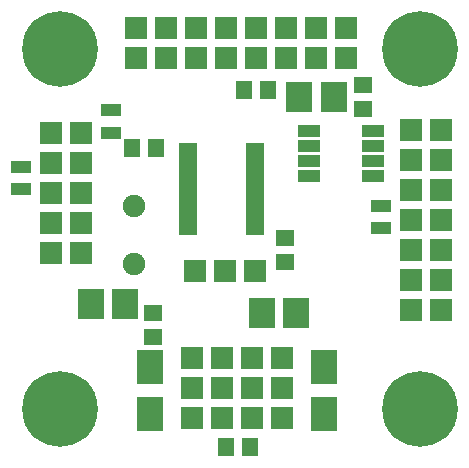
<source format=gbr>
G04 #@! TF.FileFunction,Soldermask,Bot*
%FSLAX46Y46*%
G04 Gerber Fmt 4.6, Leading zero omitted, Abs format (unit mm)*
G04 Created by KiCad (PCBNEW (2015-05-13 BZR 5653)-product) date 7. 1. 2016 10:50:59*
%MOMM*%
G01*
G04 APERTURE LIST*
%ADD10C,0.150000*%
%ADD11R,1.924000X1.924000*%
%ADD12R,2.200000X2.630000*%
%ADD13R,1.650000X1.400000*%
%ADD14R,1.400000X1.650000*%
%ADD15R,2.200860X2.899360*%
%ADD16C,6.400000*%
%ADD17R,1.700000X1.100000*%
%ADD18R,1.950000X1.000000*%
%ADD19R,1.500000X0.800000*%
%ADD20C,1.901140*%
G04 APERTURE END LIST*
D10*
D11*
X134033500Y-80202000D03*
X134033500Y-77662000D03*
D12*
X145082000Y-101792000D03*
X142162000Y-101792000D03*
D13*
X144130000Y-95458000D03*
X144130000Y-97458000D03*
X150734000Y-84504000D03*
X150734000Y-82504000D03*
D14*
X133192000Y-87822000D03*
X131192000Y-87822000D03*
D15*
X147432000Y-106397020D03*
X147432000Y-110394980D03*
X132700000Y-106397020D03*
X132700000Y-110394980D03*
D11*
X143876000Y-110682000D03*
X141336000Y-110682000D03*
X143876000Y-108142000D03*
X141336000Y-108142000D03*
X143876000Y-105602000D03*
X141336000Y-105602000D03*
X157338000Y-88838000D03*
X154798000Y-88838000D03*
X157338000Y-86298000D03*
X154798000Y-86298000D03*
X131493500Y-80202000D03*
X131493500Y-77662000D03*
X136573500Y-80202000D03*
X136573500Y-77662000D03*
X139113500Y-77662000D03*
X139113500Y-80202000D03*
X146748500Y-77660500D03*
X146748500Y-80200500D03*
X141653500Y-77662000D03*
X141653500Y-80202000D03*
X136510000Y-98236000D03*
X139050000Y-98236000D03*
X141590000Y-98236000D03*
X126858000Y-86552000D03*
X124318000Y-86552000D03*
X126858000Y-89092000D03*
X124318000Y-89092000D03*
X157338000Y-96458000D03*
X154798000Y-96458000D03*
X157338000Y-93918000D03*
X154798000Y-93918000D03*
X126858000Y-96712000D03*
X124318000Y-96712000D03*
X157338000Y-101538000D03*
X154798000Y-101538000D03*
X157338000Y-98998000D03*
X154798000Y-98998000D03*
X157338000Y-91378000D03*
X154798000Y-91378000D03*
X136256000Y-105602000D03*
X138796000Y-105602000D03*
X136256000Y-108142000D03*
X138796000Y-108142000D03*
X136256000Y-110682000D03*
X138796000Y-110682000D03*
X126858000Y-94172000D03*
X124318000Y-94172000D03*
X126858000Y-91632000D03*
X124318000Y-91632000D03*
D14*
X139144500Y-113157000D03*
X141144500Y-113157000D03*
D13*
X132954000Y-101808000D03*
X132954000Y-103808000D03*
D16*
X155560000Y-79440000D03*
X155560000Y-109920000D03*
X125080000Y-79440000D03*
X125080000Y-109920000D03*
D17*
X129398000Y-84652000D03*
X129398000Y-86552000D03*
X121778000Y-91312000D03*
X121778000Y-89412000D03*
X152258000Y-94614000D03*
X152258000Y-92714000D03*
D18*
X146129000Y-90235000D03*
X146129000Y-88965000D03*
X146129000Y-87695000D03*
X146129000Y-86425000D03*
X151529000Y-86425000D03*
X151529000Y-87695000D03*
X151529000Y-88965000D03*
X151529000Y-90235000D03*
D19*
X135885001Y-94881534D03*
X135885001Y-94231534D03*
X135885001Y-93581534D03*
X135885001Y-92931534D03*
X135885001Y-92281534D03*
X135885001Y-91631534D03*
X135885001Y-90981534D03*
X135885001Y-90331534D03*
X135885001Y-89681534D03*
X135885001Y-89031534D03*
X135885001Y-88381534D03*
X135885001Y-87731534D03*
X141585001Y-87731534D03*
X141585001Y-88381534D03*
X141585001Y-89031534D03*
X141585001Y-89681534D03*
X141585001Y-90331534D03*
X141585001Y-90981534D03*
X141585001Y-91631534D03*
X141585001Y-92281534D03*
X141585001Y-92931534D03*
X141585001Y-93581534D03*
X141585001Y-94231534D03*
X141585001Y-94881534D03*
D20*
X131303000Y-92747060D03*
X131303000Y-97628940D03*
D12*
X145337000Y-83504000D03*
X148257000Y-83504000D03*
X127684000Y-101030000D03*
X130604000Y-101030000D03*
D14*
X142668500Y-82931000D03*
X140668500Y-82931000D03*
D11*
X144208500Y-80200500D03*
X144208500Y-77660500D03*
X149288500Y-80200500D03*
X149288500Y-77660500D03*
M02*

</source>
